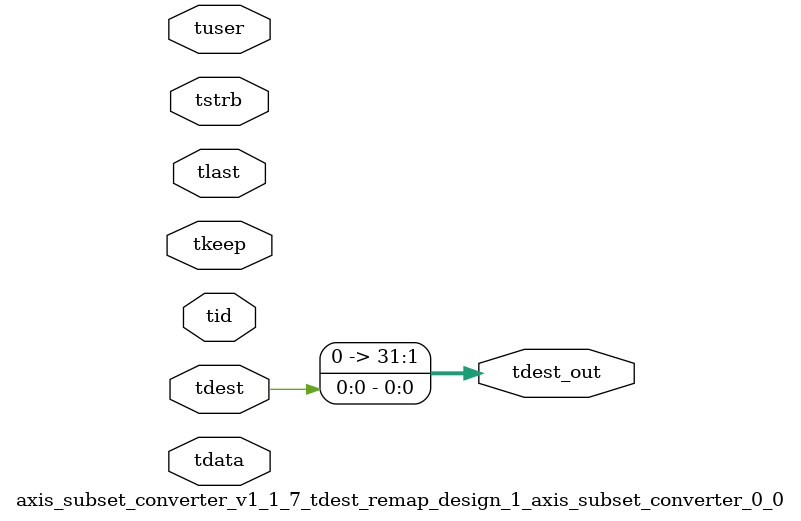
<source format=v>


`timescale 1ps/1ps

module axis_subset_converter_v1_1_7_tdest_remap_design_1_axis_subset_converter_0_0 #
(
parameter C_S_AXIS_TDATA_WIDTH = 32,
parameter C_S_AXIS_TUSER_WIDTH = 0,
parameter C_S_AXIS_TID_WIDTH   = 0,
parameter C_S_AXIS_TDEST_WIDTH = 0,
parameter C_M_AXIS_TDEST_WIDTH = 32
)
(
input  [(C_S_AXIS_TDATA_WIDTH == 0 ? 1 : C_S_AXIS_TDATA_WIDTH)-1:0     ] tdata,
input  [(C_S_AXIS_TUSER_WIDTH == 0 ? 1 : C_S_AXIS_TUSER_WIDTH)-1:0     ] tuser,
input  [(C_S_AXIS_TID_WIDTH   == 0 ? 1 : C_S_AXIS_TID_WIDTH)-1:0       ] tid,
input  [(C_S_AXIS_TDEST_WIDTH == 0 ? 1 : C_S_AXIS_TDEST_WIDTH)-1:0     ] tdest,
input  [(C_S_AXIS_TDATA_WIDTH/8)-1:0 ] tkeep,
input  [(C_S_AXIS_TDATA_WIDTH/8)-1:0 ] tstrb,
input                                                                    tlast,
output [C_M_AXIS_TDEST_WIDTH-1:0] tdest_out
);

assign tdest_out = {tdest[0:0]};

endmodule


</source>
